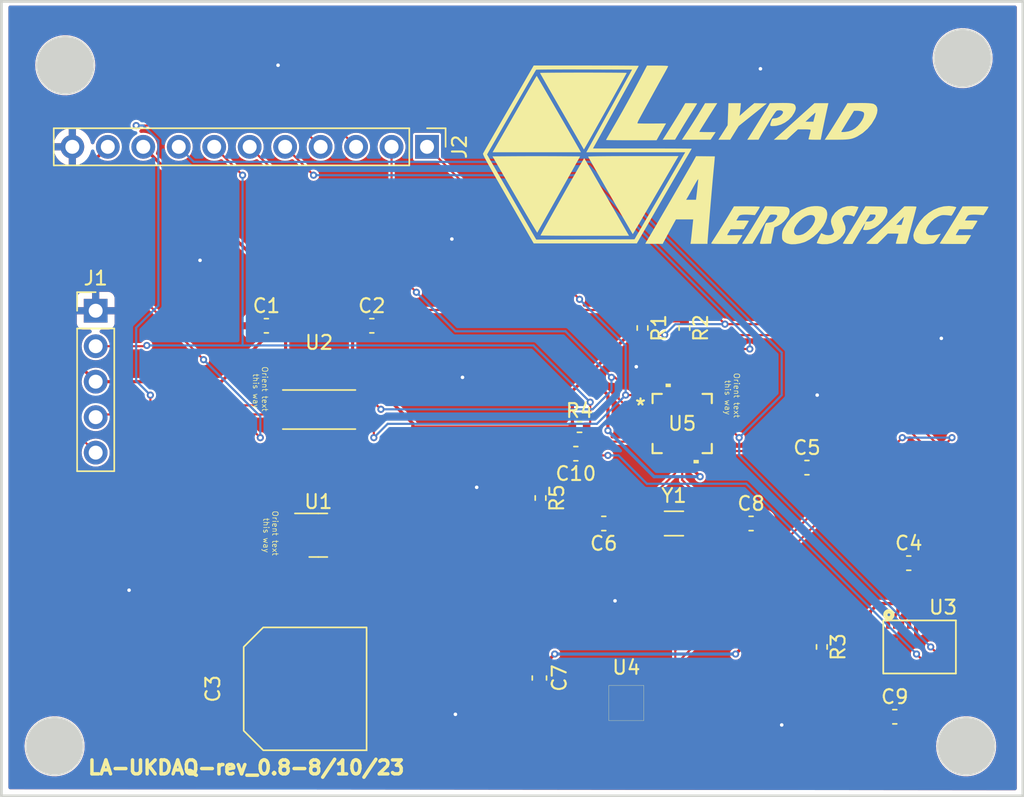
<source format=kicad_pcb>
(kicad_pcb (version 20211014) (generator pcbnew)
  (layers (0 "F.Cu" signal) (31 "B.Cu" signal) (34 "B.Paste" user) (35 "F.Paste" user) (36 "B.SilkS" user "B.Silkscreen") (37 "F.SilkS" user "F.Silkscreen") (38 "B.Mask" user) (39 "F.Mask" user) (44 "Edge.Cuts" user))
  (net 0 "")
  (net 1 "GND")
  (net 2 "VCC")
  (net 3 "VDD")
  (net 4 "Net-(C5-Pad1)")
  (net 5 "/nRESET")
  (net 6 "Net-(C6-Pad1)")
  (net 7 "Net-(C8-Pad1)")
  (net 8 "Net-(C9-Pad2)")
  (net 9 "Net-(C10-Pad2)")
  (net 10 "/RX{slash}SWCLK-VCC")
  (net 11 "/TX{slash}SWDIO-VCC")
  (net 12 "Net-(R3-Pad2)")
  (net 13 "/SCL")
  (net 14 "/SDA")
  (net 15 "/RX{slash}SWCLK-VDD")
  (net 16 "/TX{slash}SWDIO-VDD")
  (net 23 "/BNO_INTERRUPT")
  (footprint "Capacitor_SMD:C_0603_1608Metric" (layer "F.Cu") (at 143.225 132)
    (fp_text reference "C9" (at 0 -1.43) (layer "F.SilkS"))
    (fp_text value "1 uF")
    (pad "1" smd roundrect (at -0.775 0) (size 0.9 0.95) (layers "F.Cu" "F.Paste" "F.Mask") (net 1 "GND"))
    (pad "2" smd roundrect (at 0.775 0) (size 0.9 0.95) (layers "F.Cu" "F.Paste" "F.Mask") (net 8 "Net-(C9-Pad2)"))
  )
  (footprint "Connector_PinHeader_2.54mm:PinHeader_1x05_P2.54mm_Vertical" (layer "F.Cu") (at 86 102.925)
    (fp_text reference "J1" (at 0 -2.33) (layer "F.SilkS"))
    (fp_text value "5 pin Molex (0537800570)")
    (pad "1" thru_hole rect (at 0 0) (size 1.7 1.7) (drill 1) (layers *.Cu *.Mask) (net 1 "GND"))
    (pad "2" thru_hole oval (at 0 2.54) (size 1.7 1.7) (drill 1) (layers *.Cu *.Mask) (net 5 "/nRESET"))
    (pad "3" thru_hole oval (at 0 5.08) (size 1.7 1.7) (drill 1) (layers *.Cu *.Mask) (net 2 "VCC"))
    (pad "4" thru_hole oval (at 0 7.62) (size 1.7 1.7) (drill 1) (layers *.Cu *.Mask) (net 10 "/RX{slash}SWCLK-VCC"))
    (pad "5" thru_hole oval (at 0 10.16) (size 1.7 1.7) (drill 1) (layers *.Cu *.Mask) (net 11 "/TX{slash}SWDIO-VCC"))
  )
  (footprint "Package_TO_SOT_SMD:SOT-23" (layer "F.Cu") (at 101.9425 119)
    (fp_text reference "U1" (at 0 -2.4) (layer "F.SilkS"))
    (fp_text value "AP2210N_SOT-23-3")
    (pad "1" smd roundrect (at -0.9375 -0.95) (size 1.475 0.6) (layers "F.Cu" "F.Paste" "F.Mask") (net 1 "GND"))
    (pad "2" smd roundrect (at -0.9375 0.95) (size 1.475 0.6) (layers "F.Cu" "F.Paste" "F.Mask") (net 3 "VDD"))
    (pad "3" smd roundrect (at 0.9375 0) (size 1.475 0.6) (layers "F.Cu" "F.Paste" "F.Mask") (net 2 "VCC"))
  )
  (footprint "Joseph:21-0139V_T2044&plus_5_MXM" (layer "F.Cu") (at 128 111)
    (fp_text reference "U5" (at 0 0 unlocked) (layer "F.SilkS"))
    (fp_text value "MAX32660-20TQFN-EP")
    (fp_text user "*" (at -2.9845 -1.25 unlocked) (layer "F.SilkS"))
    (fp_text user "*" (at -2.9845 -1.25) (layer "F.SilkS"))
    (pad "1" smd rect (at -1.9685 -1.000001 90) (size 0.254 0.762) (layers "F.Cu" "F.Mask") (net 15 "/RX{slash}SWCLK-VDD"))
    (pad "2" smd rect (at -1.9685 -0.499999 90) (size 0.254 0.762) (layers "F.Cu" "F.Mask") (net 16 "/TX{slash}SWDIO-VDD"))
    (pad "3" smd rect (at -1.9685 0 90) (size 0.254 0.762) (layers "F.Cu" "F.Mask"))
    (pad "4" smd rect (at -1.9685 0.499999 90) (size 0.254 0.762) (layers "F.Cu" "F.Mask"))
    (pad "5" smd rect (at -1.9685 1.000001 90) (size 0.254 0.762) (layers "F.Cu" "F.Mask") (net 5 "/nRESET"))
    (pad "6" smd rect (at -1.000001 1.9685) (size 0.254 0.762) (layers "F.Cu" "F.Mask") (net 1 "GND"))
    (pad "7" smd rect (at -0.499999 1.9685) (size 0.254 0.762) (layers "F.Cu" "F.Mask") (net 6 "Net-(C6-Pad1)"))
    (pad "8" smd rect (at 0 1.9685) (size 0.254 0.762) (layers "F.Cu" "F.Mask") (net 7 "Net-(C8-Pad1)"))
    (pad "9" smd rect (at 0.499999 1.9685) (size 0.254 0.762) (layers "F.Cu" "F.Mask") (net 3 "VDD"))
    (pad "10" smd rect (at 1.000001 1.9685) (size 0.254 0.762) (layers "F.Cu" "F.Mask") (net 4 "Net-(C5-Pad1)"))
    (pad "11" smd rect (at 1.9685 1.000001 90) (size 0.254 0.762) (layers "F.Cu" "F.Mask"))
    (pad "12" smd rect (at 1.9685 0.499999 90) (size 0.254 0.762) (layers "F.Cu" "F.Mask"))
    (pad "13" smd rect (at 1.9685 0 90) (size 0.254 0.762) (layers "F.Cu" "F.Mask") (net 23 "/BNO_INTERRUPT"))
    (pad "14" smd rect (at 1.9685 -0.499999 90) (size 0.254 0.762) (layers "F.Cu" "F.Mask"))
    (pad "15" smd rect (at 1.9685 -1.000001 90) (size 0.254 0.762) (layers "F.Cu" "F.Mask"))
    (pad "16" smd rect (at 1.000001 -1.9685) (size 0.254 0.762) (layers "F.Cu" "F.Mask"))
    (pad "17" smd rect (at 0.499999 -1.9685) (size 0.254 0.762) (layers "F.Cu" "F.Mask"))
    (pad "18" smd rect (at 0 -1.9685) (size 0.254 0.762) (layers "F.Cu" "F.Mask"))
    (pad "19" smd rect (at -0.499999 -1.9685) (size 0.254 0.762) (layers "F.Cu" "F.Mask") (net 14 "/SDA"))
    (pad "20" smd rect (at -1.000001 -1.9685) (size 0.254 0.762) (layers "F.Cu" "F.Mask") (net 13 "/SCL"))
    (pad "21" smd rect (at 0 0) (size 2.6924 2.6924) (layers "F.Cu" "F.Mask") (net 1 "GND"))
  )
  (footprint "Resistor_SMD:R_0402_1005Metric" (layer "F.Cu") (at 120.648 111.252)
    (fp_text reference "R4" (at 0 -1.17) (layer "F.SilkS"))
    (fp_text value "10k")
    (pad "1" smd roundrect (at -0.51 0) (size 0.54 0.64) (layers "F.Cu" "F.Paste" "F.Mask") (net 3 "VDD"))
    (pad "2" smd roundrect (at 0.51 0) (size 0.54 0.64) (layers "F.Cu" "F.Paste" "F.Mask") (net 5 "/nRESET"))
  )
  (footprint "Joseph:BME280" (layer "F.Cu") (at 124 131)
    (fp_text reference "U4" (at 0 -2.53 unlocked) (layer "F.SilkS"))
    (fp_text value "BME280")
    (pad "1" smd rect (at 1.02 -0.97) (size 0.5 0.35) (layers "F.Cu" "F.Mask") (net 1 "GND"))
    (pad "2" smd rect (at 1.02 -0.32) (size 0.5 0.35) (layers "F.Cu" "F.Mask") (net 3 "VDD"))
    (pad "3" smd rect (at 1.02 0.33) (size 0.5 0.35) (layers "F.Cu" "F.Mask") (net 14 "/SDA"))
    (pad "4" smd rect (at 1.02 0.98) (size 0.5 0.35) (layers "F.Cu" "F.Mask") (net 13 "/SCL"))
    (pad "5" smd rect (at -1.03 0.98) (size 0.5 0.35) (layers "F.Cu" "F.Mask") (net 1 "GND"))
    (pad "6" smd rect (at -1.03 0.33) (size 0.5 0.35) (layers "F.Cu" "F.Mask") (net 3 "VDD"))
    (pad "7" smd rect (at -1.03 -0.32) (size 0.5 0.35) (layers "F.Cu" "F.Mask") (net 1 "GND"))
    (pad "8" smd rect (at -1.03 -0.97) (size 0.5 0.35) (layers "F.Cu" "F.Mask") (net 3 "VDD"))
  )
  (footprint "Capacitor_SMD:C_0603_1608Metric" (layer "F.Cu") (at 136.935 114.16)
    (fp_text reference "C5" (at 0 -1.43) (layer "F.SilkS"))
    (fp_text value "1 uF")
    (pad "1" smd roundrect (at -0.775 0) (size 0.9 0.95) (layers "F.Cu" "F.Paste" "F.Mask") (net 4 "Net-(C5-Pad1)"))
    (pad "2" smd roundrect (at 0.775 0) (size 0.9 0.95) (layers "F.Cu" "F.Paste" "F.Mask") (net 1 "GND"))
  )
  (footprint "Joseph:Can Capacitor - 493-3773-1-ND" (layer "F.Cu") (at 101 130 90)
    (fp_text reference "C3" (at 0 -6.604 90 unlocked) (layer "F.SilkS"))
    (fp_text value "~1 mF")
    (pad "1" smd roundrect (at 0 -3 90) (size 1.399998 3.6) (layers "F.Cu" "F.Paste" "F.Mask") (roundrect_rratio 0.2500003571) (net 3 "VDD"))
    (pad "2" smd roundrect (at 0 3 90) (size 1.4 3.6) (layers "F.Cu" "F.Paste" "F.Mask") (net 1 "GND"))
  )
  (footprint "Joseph:LGA28R50P4X10_380X520X100" (layer "F.Cu") (at 145 127)
    (fp_text reference "U3" (at 1.67669 -2.83785) (layer "F.SilkS") (effects (font (size 1.001008 1.001008))))
    (fp_text value "BNO055")
    (pad "1" smd rect (at -2.25 -1.5625 180) (size 0.3 0.525) (layers "F.Cu" "F.Mask"))
    (pad "2" smd rect (at -2.3125 -0.75 270) (size 0.3 0.425) (layers "F.Cu" "F.Mask") (net 1 "GND"))
    (pad "3" smd rect (at -2.3125 -0.25 270) (size 0.3 0.425) (layers "F.Cu" "F.Mask") (net 3 "VDD"))
    (pad "4" smd rect (at -2.3125 0.25 270) (size 0.3 0.425) (layers "F.Cu" "F.Mask") (net 12 "Net-(R3-Pad2)"))
    (pad "5" smd rect (at -2.3125 0.75 270) (size 0.3 0.425) (layers "F.Cu" "F.Mask") (net 1 "GND"))
    (pad "6" smd rect (at -2.25 1.5625 180) (size 0.3 0.525) (layers "F.Cu" "F.Mask") (net 1 "GND"))
    (pad "7" smd rect (at -1.75 1.5625 180) (size 0.3 0.525) (layers "F.Cu" "F.Mask"))
    (pad "8" smd rect (at -1.25 1.5625 180) (size 0.3 0.525) (layers "F.Cu" "F.Mask"))
    (pad "9" smd rect (at -0.75 1.5625 180) (size 0.3 0.525) (layers "F.Cu" "F.Mask") (net 8 "Net-(C9-Pad2)"))
    (pad "10" smd rect (at -0.25 1.5625 180) (size 0.3 0.525) (layers "F.Cu" "F.Mask"))
    (pad "11" smd rect (at 0.25 1.5625 180) (size 0.3 0.525) (layers "F.Cu" "F.Mask") (net 5 "/nRESET"))
    (pad "12" smd rect (at 0.75 1.5625 180) (size 0.3 0.525) (layers "F.Cu" "F.Mask"))
    (pad "13" smd rect (at 1.25 1.5625 180) (size 0.3 0.525) (layers "F.Cu" "F.Mask"))
    (pad "14" smd rect (at 1.75 1.5625 180) (size 0.3 0.525) (layers "F.Cu" "F.Mask") (net 23 "/BNO_INTERRUPT"))
    (pad "15" smd rect (at 2.25 1.5625 180) (size 0.3 0.525) (layers "F.Cu" "F.Mask"))
    (pad "16" smd rect (at 2.3125 0.75 270) (size 0.3 0.425) (layers "F.Cu" "F.Mask"))
    (pad "17" smd rect (at 2.3125 0.25 270) (size 0.3 0.425) (layers "F.Cu" "F.Mask") (net 1 "GND"))
    (pad "18" smd rect (at 2.3125 -0.25 270) (size 0.3 0.425) (layers "F.Cu" "F.Mask") (net 1 "GND"))
    (pad "19" smd rect (at 2.3125 -0.75 270) (size 0.3 0.425) (layers "F.Cu" "F.Mask") (net 13 "/SCL"))
    (pad "20" smd rect (at 2.25 -1.5625 180) (size 0.3 0.525) (layers "F.Cu" "F.Mask") (net 14 "/SDA"))
    (pad "21" smd rect (at 1.75 -1.5625 180) (size 0.3 0.525) (layers "F.Cu" "F.Mask"))
    (pad "22" smd rect (at 1.25 -1.5625 180) (size 0.3 0.525) (layers "F.Cu" "F.Mask"))
    (pad "23" smd rect (at 0.75 -1.5625 180) (size 0.3 0.525) (layers "F.Cu" "F.Mask"))
    (pad "24" smd rect (at 0.25 -1.5625 180) (size 0.3 0.525) (layers "F.Cu" "F.Mask"))
    (pad "25" smd rect (at -0.25 -1.5625 180) (size 0.3 0.525) (layers "F.Cu" "F.Mask") (net 1 "GND"))
    (pad "26" smd rect (at -0.75 -1.5625 180) (size 0.3 0.525) (layers "F.Cu" "F.Mask"))
    (pad "27" smd rect (at -1.25 -1.5625 180) (size 0.3 0.525) (layers "F.Cu" "F.Mask"))
    (pad "28" smd rect (at -1.75 -1.5625 180) (size 0.3 0.525) (layers "F.Cu" "F.Mask") (net 3 "VDD"))
  )
  (footprint "Resistor_SMD:R_0402_1005Metric" (layer "F.Cu") (at 128.16 104.16 -90)
    (fp_text reference "R2" (at 0 -1.17 90) (layer "F.SilkS"))
    (fp_text value "4.7k")
    (pad "1" smd roundrect (at -0.51 0 270) (size 0.54 0.64) (layers "F.Cu" "F.Paste" "F.Mask") (net 3 "VDD"))
    (pad "2" smd roundrect (at 0.51 0 270) (size 0.54 0.64) (layers "F.Cu" "F.Paste" "F.Mask") (net 14 "/SDA"))
  )
  (footprint "Capacitor_SMD:C_0603_1608Metric" (layer "F.Cu") (at 132.935 118.16)
    (fp_text reference "C8" (at 0 -1.43) (layer "F.SilkS"))
    (fp_text value "6 pF")
    (pad "1" smd roundrect (at -0.775 0) (size 0.9 0.95) (layers "F.Cu" "F.Paste" "F.Mask") (net 7 "Net-(C8-Pad1)"))
    (pad "2" smd roundrect (at 0.775 0) (size 0.9 0.95) (layers "F.Cu" "F.Paste" "F.Mask") (net 1 "GND"))
  )
  (footprint "Crystal:Crystal_SMD_3215-2Pin_3.2x1.5mm" (layer "F.Cu") (at 127.41 118.16)
    (fp_text reference "Y1" (at 0 -2) (layer "F.SilkS"))
    (fp_text value "Crystal")
    (pad "1" smd rect (at 1.25 0) (size 1 1.8) (layers "F.Cu" "F.Paste" "F.Mask") (net 7 "Net-(C8-Pad1)"))
    (pad "2" smd rect (at -1.25 0) (size 1 1.8) (layers "F.Cu" "F.Paste" "F.Mask") (net 6 "Net-(C6-Pad1)"))
  )
  (footprint "Capacitor_SMD:C_0603_1608Metric" (layer "F.Cu") (at 117.775 129.225 -90)
    (fp_text reference "C7" (at 0 -1.43 90) (layer "F.SilkS"))
    (fp_text value "100 nF")
    (pad "1" smd roundrect (at -0.775 0 270) (size 0.9 0.95) (layers "F.Cu" "F.Paste" "F.Mask") (net 3 "VDD"))
    (pad "2" smd roundrect (at 0.775 0 270) (size 0.9 0.95) (layers "F.Cu" "F.Paste" "F.Mask") (net 1 "GND"))
  )
  (footprint "Capacitor_SMD:C_0603_1608Metric" (layer "F.Cu") (at 105.775 104)
    (fp_text reference "C2" (at 0 -1.43) (layer "F.SilkS"))
    (fp_text value "1 uF")
    (pad "1" smd roundrect (at -0.775 0) (size 0.9 0.95) (layers "F.Cu" "F.Paste" "F.Mask") (net 3 "VDD"))
    (pad "2" smd roundrect (at 0.775 0) (size 0.9 0.95) (layers "F.Cu" "F.Paste" "F.Mask") (net 1 "GND"))
  )
  (footprint "Capacitor_SMD:C_0603_1608Metric" (layer "F.Cu") (at 144.225 121)
    (fp_text reference "C4" (at 0 -1.43) (layer "F.SilkS"))
    (fp_text value "120 nF")
    (pad "1" smd roundrect (at -0.775 0) (size 0.9 0.95) (layers "F.Cu" "F.Paste" "F.Mask") (net 3 "VDD"))
    (pad "2" smd roundrect (at 0.775 0) (size 0.9 0.95) (layers "F.Cu" "F.Paste" "F.Mask") (net 1 "GND"))
  )
  (footprint "Resistor_SMD:R_0402_1005Metric" (layer "F.Cu") (at 138 127 -90)
    (fp_text reference "R3" (at 0 -1.17 90) (layer "F.SilkS"))
    (fp_text value "10k")
    (pad "1" smd roundrect (at -0.51 0 270) (size 0.54 0.64) (layers "F.Cu" "F.Paste" "F.Mask") (net 3 "VDD"))
    (pad "2" smd roundrect (at 0.51 0 270) (size 0.54 0.64) (layers "F.Cu" "F.Paste" "F.Mask") (net 12 "Net-(R3-Pad2)"))
  )
  (footprint "Capacitor_SMD:C_0603_1608Metric" (layer "F.Cu") (at 122.385 118.16 180)
    (fp_text reference "C6" (at 0 -1.43) (layer "F.SilkS"))
    (fp_text value "6 pF")
    (pad "1" smd roundrect (at -0.775 0 180) (size 0.9 0.95) (layers "F.Cu" "F.Paste" "F.Mask") (net 6 "Net-(C6-Pad1)"))
    (pad "2" smd roundrect (at 0.775 0 180) (size 0.9 0.95) (layers "F.Cu" "F.Paste" "F.Mask") (net 1 "GND"))
  )
  (footprint "Capacitor_SMD:C_0603_1608Metric" (layer "F.Cu") (at 98.225 104)
    (fp_text reference "C1" (at 0 -1.43) (layer "F.SilkS"))
    (fp_text value "1 uF")
    (pad "1" smd roundrect (at -0.775 0) (size 0.9 0.95) (layers "F.Cu" "F.Paste" "F.Mask") (net 1 "GND"))
    (pad "2" smd roundrect (at 0.775 0) (size 0.9 0.95) (layers "F.Cu" "F.Paste" "F.Mask") (net 2 "VCC"))
  )
  (footprint "Capacitor_SMD:C_0603_1608Metric" (layer "F.Cu") (at 120.385 113.16 180)
    (fp_text reference "C10" (at 0 -1.43) (layer "F.SilkS"))
    (fp_text value "100 nF")
    (pad "1" smd roundrect (at -0.775 0 180) (size 0.9 0.95) (layers "F.Cu" "F.Paste" "F.Mask") (net 5 "/nRESET"))
    (pad "2" smd roundrect (at 0.775 0 180) (size 0.9 0.95) (layers "F.Cu" "F.Paste" "F.Mask") (net 9 "Net-(C10-Pad2)"))
  )
  (footprint "Connector_PinHeader_2.54mm:PinHeader_1x11_P2.54mm_Vertical" (layer "F.Cu") (at 109.728 91.186 -90)
    (fp_text reference "J2" (at 0 -2.33 90) (layer "F.SilkS"))
    (fp_text value "Conn_01x11_Male")
    (pad "1" thru_hole rect (at 0 0 270) (size 1.7 1.7) (drill 1) (layers *.Cu *.Mask) (net 15 "/RX{slash}SWCLK-VDD"))
    (pad "2" thru_hole oval (at 0 2.54 270) (size 1.7 1.7) (drill 1) (layers *.Cu *.Mask) (net 16 "/TX{slash}SWDIO-VDD"))
    (pad "3" thru_hole oval (at 0 5.08 270) (size 1.7 1.7) (drill 1) (layers *.Cu *.Mask) (net 10 "/RX{slash}SWCLK-VCC"))
    (pad "4" thru_hole oval (at 0 7.62 270) (size 1.7 1.7) (drill 1) (layers *.Cu *.Mask) (net 11 "/TX{slash}SWDIO-VCC"))
    (pad "5" thru_hole oval (at 0 10.16 270) (size 1.7 1.7) (drill 1) (layers *.Cu *.Mask) (net 14 "/SDA"))
    (pad "6" thru_hole oval (at 0 12.7 270) (size 1.7 1.7) (drill 1) (layers *.Cu *.Mask) (net 13 "/SCL"))
    (pad "7" thru_hole oval (at 0 15.24 270) (size 1.7 1.7) (drill 1) (layers *.Cu *.Mask) (net 5 "/nRESET"))
    (pad "8" thru_hole oval (at 0 17.78 270) (size 1.7 1.7) (drill 1) (layers *.Cu *.Mask) (net 23 "/BNO_INTERRUPT"))
    (pad "9" thru_hole oval (at 0 20.32 270) (size 1.7 1.7) (drill 1) (layers *.Cu *.Mask) (net 3 "VDD"))
    (pad "10" thru_hole oval (at 0 22.86 270) (size 1.7 1.7) (drill 1) (layers *.Cu *.Mask) (net 2 "VCC"))
    (pad "11" thru_hole oval (at 0 25.4 270) (size 1.7 1.7) (drill 1) (layers *.Cu *.Mask) (net 1 "GND"))
  )
  (footprint "Joseph:MSOP-8" (layer "F.Cu") (at 102 110)
    (fp_text reference "U2" (at 0 -4.8 unlocked) (layer "F.SilkS"))
    (fp_text value "PI4ULS5V202")
    (pad "1" smd rect (at -2.4 -0.95) (size 1.02 0.41) (layers "F.Cu" "F.Mask") (net 2 "VCC"))
    (pad "2" smd rect (at -2.4 -0.3) (size 1.02 0.41) (layers "F.Cu" "F.Mask") (net 11 "/TX{slash}SWDIO-VCC"))
    (pad "3" smd rect (at -2.4 0.35) (size 1.02 0.41) (layers "F.Cu" "F.Mask") (net 10 "/RX{slash}SWCLK-VCC"))
    (pad "4" smd rect (at -2.4 1) (size 1.02 0.41) (layers "F.Cu" "F.Mask") (net 1 "GND"))
    (pad "5" smd rect (at 2.4 1) (size 1.02 0.41) (layers "F.Cu" "F.Mask") (net 2 "VCC"))
    (pad "6" smd rect (at 2.4 0.35) (size 1.02 0.41) (layers "F.Cu" "F.Mask") (net 15 "/RX{slash}SWCLK-VDD"))
    (pad "7" smd rect (at 2.4 -0.3) (size 1.02 0.41) (layers "F.Cu" "F.Mask") (net 16 "/TX{slash}SWDIO-VDD"))
    (pad "8" smd rect (at 2.4 -0.95) (size 1.02 0.41) (layers "F.Cu" "F.Mask") (net 3 "VDD"))
  )
  (footprint "Joseph:LilypadAerospace_3mm" (layer "F.Cu") (at 132.588 92.202)
    (fp_text reference "G***" hide)
    (fp_text value "LOGO" hide)
  )
  (footprint "Resistor_SMD:R_0402_1005Metric" (layer "F.Cu") (at 117.856 116.334 -90)
    (fp_text reference "R5" (at 0 -1.17 90) (layer "F.SilkS"))
    (fp_text value "10")
    (pad "1" smd roundrect (at -0.51 0 270) (size 0.54 0.64) (layers "F.Cu" "F.Paste" "F.Mask") (net 9 "Net-(C10-Pad2)"))
    (pad "2" smd roundrect (at 0.51 0 270) (size 0.54 0.64) (layers "F.Cu" "F.Paste" "F.Mask") (net 1 "GND"))
  )
  (footprint "Resistor_SMD:R_0402_1005Metric" (layer "F.Cu") (at 125.16 104.16 -90)
    (fp_text reference "R1" (at 0 -1.17 90) (layer "F.SilkS"))
    (fp_text value "4.7k")
    (pad "1" smd roundrect (at -0.51 0 270) (size 0.54 0.64) (layers "F.Cu" "F.Paste" "F.Mask") (net 3 "VDD"))
    (pad "2" smd roundrect (at 0.51 0 270) (size 0.54 0.64) (layers "F.Cu" "F.Paste" "F.Mask") (net 13 "/SCL"))
  )
  (gr_circle (center 83.82 85.344) (end 85.82 85.344) (layer "Edge.Cuts") (width 0.2) (fill solid))
  (gr_rect (start 79.248 80.772) (end 152.4 137.668) (layer "Edge.Cuts") (width 0.2) (fill none))
  (gr_circle (center 148.082 84.836) (end 150.082 84.836) (layer "Edge.Cuts") (width 0.2) (fill solid))
  (gr_circle (center 83.058 134.112) (end 85.058 134.112) (layer "Edge.Cuts") (width 0.2) (fill solid))
  (gr_circle (center 148.336 134.112) (end 150.336 134.112) (layer "Edge.Cuts") (width 0.2) (fill solid))
  (gr_text "LA-UKDAQ-rev_0.8-8/10/23" (at 96.78 135.64) (layer "F.SilkS") (effects (font (size 1 1) (thickness 0.25))))
  (gr_text "Orient text \nthis way" (at 98.53 119.01 270) (layer "F.SilkS") (effects (font (size 0.4 0.4) (thickness 0.05))))
  (gr_text "Orient text \nthis way" (at 97.79 108.68 270) (layer "F.SilkS") (effects (font (size 0.4 0.4) (thickness 0.05))))
  (gr_text "Orient text \nthis way" (at 131.58 109.14 270) (layer "F.SilkS") (effects (font (size 0.4 0.4) (thickness 0.05))))
  (segment (start 128 111) (end 124.714 107.714) (width 0.1524) (layer "F.Cu") (net 1))
  (segment (start 126.999999 112.000001) (end 128 111) (width 0.2286) (layer "F.Cu") (net 1))
  (segment (start 124.714 107.714) (end 124.714 106.934) (width 0.1524) (layer "F.Cu") (net 1))
  (segment (start 126.999999 112.9685) (end 126.999999 112.000001) (width 0.2286) (layer "F.Cu") (net 1))
  (via (at 113.284 115.57) (size 0.508) (drill 0.254) (layers "F.Cu" "B.Cu") (net 1))
  (via (at 124.714 106.934) (size 0.508) (drill 0.254) (layers "F.Cu" "B.Cu") (net 1))
  (via (at 88.392 122.936) (size 0.508) (drill 0.254) (layers "F.Cu" "B.Cu") (net 1))
  (via (at 133.604 85.598) (size 0.508) (drill 0.254) (layers "F.Cu" "B.Cu") (net 1))
  (via (at 137.668 108.966) (size 0.508) (drill 0.254) (layers "F.Cu" "B.Cu") (net 1))
  (via (at 111.76 131.826) (size 0.508) (drill 0.254) (layers "F.Cu" "B.Cu") (net 1))
  (via (at 123.19 123.698) (size 0.508) (drill 0.254) (layers "F.Cu" "B.Cu") (net 1))
  (via (at 111.506 97.79) (size 0.508) (drill 0.254) (layers "F.Cu" "B.Cu") (net 1))
  (via (at 146.558 104.902) (size 0.508) (drill 0.254) (layers "F.Cu" "B.Cu") (net 1))
  (via (at 112.268 107.696) (size 0.508) (drill 0.254) (layers "F.Cu" "B.Cu") (net 1))
  (via (at 99.06 85.344) (size 0.508) (drill 0.254) (layers "F.Cu" "B.Cu") (net 1))
  (via (at 93.472 99.314) (size 0.508) (drill 0.254) (layers "F.Cu" "B.Cu") (net 1))
  (via (at 135.128 132.588) (size 0.508) (drill 0.254) (layers "F.Cu" "B.Cu") (net 1))
  (segment (start 99.6 109.05) (end 99.6 104.6) (width 0.2286) (layer "F.Cu") (net 2))
  (segment (start 86 108.005) (end 94.995 108.005) (width 0.2286) (layer "F.Cu") (net 2))
  (segment (start 99.6 104.6) (end 99 104) (width 0.2286) (layer "F.Cu") (net 2))
  (segment (start 104.4 111) (end 103.126 111) (width 0.2286) (layer "F.Cu") (net 2))
  (segment (start 86.868 91.186) (end 82.55 95.504) (width 0.2286) (layer "F.Cu") (net 2))
  (segment (start 102.88 119) (end 104.4 117.48) (width 0.2286) (layer "F.Cu") (net 2))
  (segment (start 103.126 111) (end 101.176 109.05) (width 0.2286) (layer "F.Cu") (net 2))
  (segment (start 82.55 95.504) (end 82.55 104.555) (width 0.2286) (layer "F.Cu") (net 2))
  (segment (start 104.4 117.48) (end 104.4 111) (width 0.2286) (layer "F.Cu") (net 2))
  (segment (start 94.995 108.005) (end 99 104) (width 0.2286) (layer "F.Cu") (net 2))
  (segment (start 101.176 109.05) (end 99.6 109.05) (width 0.2286) (layer "F.Cu") (net 2))
  (segment (start 82.55 104.555) (end 86 108.005) (width 0.2286) (layer "F.Cu") (net 2))
  (segment (start 141.736 126.75) (end 142.6875 126.75) (width 0.2286) (layer "F.Cu") (net 3))
  (segment (start 108.712 110.998) (end 106.764 109.05) (width 0.2286) (layer "F.Cu") (net 3))
  (segment (start 117.775 128.45) (end 117.775 126.157) (width 0.2286) (layer "F.Cu") (net 3))
  (segment (start 104.4 104.6) (end 105 104) (width 0.2286) (layer "F.Cu") (net 3))
  (segment (start 108.712 111.252) (end 108.712 110.998) (width 0.2286) (layer "F.Cu") (net 3))
  (segment (start 122.682 108.966) (end 121.263 107.547) (width 0.2286) (layer "F.Cu") (net 3))
  (segment (start 120.138 108.672) (end 121.263 107.547) (width 0.2286) (layer "F.Cu") (net 3))
  (segment (start 138 126.49) (end 141.476 126.49) (width 0.2286) (layer "F.Cu") (net 3))
  (segment (start 89.408 91.186) (end 102.222 104) (width 0.2286) (layer "F.Cu") (net 3))
  (segment (start 120.138 111.252) (end 108.712 111.252) (width 0.2286) (layer "F.Cu") (net 3))
  (segment (start 143.25 124.72) (end 143.25 125.4375) (width 0.2286) (layer "F.Cu") (net 3))
  (segment (start 122.682 111.506) (end 122.682 108.966) (width 0.2286) (layer "F.Cu") (net 3))
  (segment (start 121.263 107.547) (end 125.16 103.65) (width 0.2286) (layer "F.Cu") (net 3))
  (segment (start 141.476 126.49) (end 141.736 126.75) (width 0.2286) (layer "F.Cu") (net 3))
  (segment (start 128.499999 114.021999) (end 129.286 114.808) (width 0.2286) (layer "F.Cu") (net 3))
  (segment (start 123.432 130.03) (end 124.082 130.68) (width 0.2286) (layer "F.Cu") (net 3))
  (segment (start 131.826 127.508) (end 132.844 126.49) (width 0.2286) (layer "F.Cu") (net 3))
  (segment (start 108.712 117.094) (end 108.712 111.252) (width 0.2286) (layer "F.Cu") (net 3))
  (segment (start 122.97 130.03) (end 123.432 130.03) (width 0.2286) (layer "F.Cu") (net 3))
  (segment (start 106.764 109.05) (end 104.4 109.05) (width 0.2286) (layer "F.Cu") (net 3))
  (segment (start 142.046 123.892) (end 143.45 123.892) (width 0.2286) (layer "F.Cu") (net 3))
  (segment (start 117.775 126.157) (end 108.712 117.094) (width 0.2286) (layer "F.Cu") (net 3))
  (segment (start 132.844 126.49) (end 138 126.49) (width 0.2286) (layer "F.Cu") (net 3))
  (segment (start 128.499999 112.9685) (end 128.499999 114.021999) (width 0.2286) (layer "F.Cu") (net 3))
  (segment (start 123.432 131.33) (end 124.082 130.68) (width 0.2286) (layer "F.Cu") (net 3))
  (segment (start 141.476 126.49) (end 141.476 124.462) (width 0.2286) (layer "F.Cu") (net 3))
  (segment (start 125.16 103.65) (end 128.16 103.65) (width 0.2286) (layer "F.Cu") (net 3))
  (segment (start 124.082 130.68) (end 125.02 130.68) (width 0.2286) (layer "F.Cu") (net 3))
  (segment (start 98 122.955) (end 101.005 119.95) (width 0.2286) (layer "F.Cu") (net 3))
  (segment (start 117.93 128.45) (end 118.872 127.508) (width 0.2286) (layer "F.Cu") (net 3))
  (segment (start 143.45 123.892) (end 143.45 124.52) (width 0.2286) (layer "F.Cu") (net 3))
  (segment (start 141.476 124.462) (end 142.046 123.892) (width 0.2286) (layer "F.Cu") (net 3))
  (segment (start 120.138 111.252) (end 120.138 108.672) (width 0.2286) (layer "F.Cu") (net 3))
  (segment (start 117.775 128.45) (end 117.93 128.45) (width 0.2286) (layer "F.Cu") (net 3))
  (segment (start 143.45 124.52) (end 143.25 124.72) (width 0.2286) (layer "F.Cu") (net 3))
  (segment (start 119.355 130.03) (end 122.97 130.03) (width 0.2286) (layer "F.Cu") (net 3))
  (segment (start 98 130) (end 98 122.955) (width 0.2286) (layer "F.Cu") (net 3))
  (segment (start 122.97 131.33) (end 123.432 131.33) (width 0.2286) (layer "F.Cu") (net 3))
  (segment (start 143.45 121) (end 143.45 123.892) (width 0.2286) (layer "F.Cu") (net 3))
  (segment (start 104.4 109.05) (end 104.4 104.6) (width 0.2286) (layer "F.Cu") (net 3))
  (segment (start 101.005 119.95) (end 105.856 119.95) (width 0.2286) (layer "F.Cu") (net 3))
  (segment (start 117.775 128.45) (end 119.355 130.03) (width 0.2286) (layer "F.Cu") (net 3))
  (segment (start 105.856 119.95) (end 108.712 117.094) (width 0.2286) (layer "F.Cu") (net 3))
  (segment (start 102.222 104) (end 105 104) (width 0.2286) (layer "F.Cu") (net 3))
  (via (at 118.872 127.508) (size 0.508) (drill 0.254) (layers "F.Cu" "B.Cu") (net 3))
  (via (at 122.682 111.506) (size 0.508) (drill 0.254) (layers "F.Cu" "B.Cu") (net 3))
  (via (at 129.286 114.808) (size 0.508) (drill 0.254) (layers "F.Cu" "B.Cu") (net 3))
  (via (at 131.826 127.508) (size 0.508) (drill 0.254) (layers "F.Cu" "B.Cu") (net 3))
  (segment (start 125.984 114.808) (end 122.682 111.506) (width 0.2286) (layer "B.Cu") (net 3))
  (segment (start 129.286 114.808) (end 125.984 114.808) (width 0.2286) (layer "B.Cu") (net 3))
  (segment (start 118.872 127.508) (end 131.826 127.508) (width 0.2286) (layer "B.Cu") (net 3))
  (segment (start 136.16 114.16) (end 134.97 112.97) (width 0.1524) (layer "F.Cu") (net 4))
  (segment (start 134.97 112.97) (end 129.001501 112.97) (width 0.1524) (layer "F.Cu") (net 4))
  (segment (start 129.001501 112.97) (end 129.000001 112.9685) (width 0.1524) (layer "F.Cu") (net 4))
  (segment (start 89.607 105.465) (end 89.662 105.41) (width 0.1524) (layer "F.Cu") (net 5))
  (segment (start 121.412 109.474) (end 121.412 110.998) (width 0.1524) (layer "F.Cu") (net 5))
  (segment (start 121.158 113.158) (end 121.16 113.16) (width 0.1524) (layer "F.Cu") (net 5))
  (segment (start 122.682 113.284) (end 121.284 113.284) (width 0.1524) (layer "F.Cu") (net 5))
  (segment (start 121.158 111.252) (end 121.158 113.158) (width 0.1524) (layer "F.Cu") (net 5))
  (segment (start 125.731501 112.3) (end 122.02 112.3) (width 0.1524) (layer "F.Cu") (net 5))
  (segment (start 126.0315 112.000001) (end 125.731501 112.3) (width 0.1524) (layer "F.Cu") (net 5))
  (segment (start 86 105.465) (end 89.607 105.465) (width 0.1524) (layer "F.Cu") (net 5))
  (segment (start 122.02 112.3) (end 121.16 113.16) (width 0.1524) (layer "F.Cu") (net 5))
  (segment (start 145.25 128.5625) (end 145.25 127.978) (width 0.1524) (layer "F.Cu") (net 5))
  (segment (start 121.412 110.998) (end 121.158 111.252) (width 0.1524) (layer "F.Cu") (net 5))
  (segment (start 121.284 113.284) (end 121.16 113.16) (width 0.1524) (layer "F.Cu") (net 5))
  (segment (start 94.488 91.186) (end 96.52 93.218) (width 0.1524) (layer "F.Cu") (net 5))
  (segment (start 145.25 127.978) (end 144.78 127.508) (width 0.1524) (layer "F.Cu") (net 5))
  (via (at 121.412 109.474) (size 0.508) (drill 0.254) (layers "F.Cu" "B.Cu") (net 5))
  (via (at 144.78 127.508) (size 0.508) (drill 0.254) (layers "F.Cu" "B.Cu") (net 5))
  (via (at 89.662 105.41) (size 0.508) (drill 0.254) (layers "F.Cu" "B.Cu") (net 5))
  (via (at 122.682 113.284) (size 0.508) (drill 0.254) (layers "F.Cu" "B.Cu") (net 5))
  (via (at 96.52 93.218) (size 0.508) (drill 0.254) (layers "F.Cu" "B.Cu") (net 5))
  (segment (start 144.78 127.508) (end 132.588 115.316) (width 0.1524) (layer "B.Cu") (net 5))
  (segment (start 132.588 115.316) (end 125.476 115.316) (width 0.1524) (layer "B.Cu") (net 5))
  (segment (start 89.662 105.41) (end 96.52 105.41) (width 0.1524) (layer "B.Cu") (net 5))
  (segment (start 96.52 105.41) (end 117.348 105.41) (width 0.1524) (layer "B.Cu") (net 5))
  (segment (start 96.52 93.218) (end 96.52 105.41) (width 0.1524) (layer "B.Cu") (net 5))
  (segment (start 123.444 113.284) (end 122.682 113.284) (width 0.1524) (layer "B.Cu") (net 5))
  (segment (start 117.348 105.41) (end 121.412 109.474) (width 0.1524) (layer "B.Cu") (net 5))
  (segment (start 125.476 115.316) (end 123.444 113.284) (width 0.1524) (layer "B.Cu") (net 5))
  (segment (start 126.16 115.902) (end 127.49 114.572) (width 0.1524) (layer "F.Cu") (net 6))
  (segment (start 127.49 114.572) (end 127.49 112.978501) (width 0.1524) (layer "F.Cu") (net 6))
  (segment (start 123.16 118.16) (end 126.16 118.16) (width 0.1524) (layer "F.Cu") (net 6))
  (segment (start 127.49 112.978501) (end 127.500001 112.9685) (width 0.1524) (layer "F.Cu") (net 6))
  (segment (start 126.16 118.16) (end 126.16 115.902) (width 0.1524) (layer "F.Cu") (net 6))
  (segment (start 128.66 118.16) (end 132.16 118.16) (width 0.1524) (layer "F.Cu") (net 7))
  (segment (start 128 115.046) (end 128 112.9685) (width 0.1524) (layer "F.Cu") (net 7))
  (segment (start 128.66 115.706) (end 128 115.046) (width 0.1524) (layer "F.Cu") (net 7))
  (segment (start 128.66 118.16) (end 128.66 115.706) (width 0.1524) (layer "F.Cu") (net 7))
  (segment (start 144 132) (end 144.25 131.75) (width 0.1524) (layer "F.Cu") (net 8))
  (segment (start 144.25 131.75) (end 144.25 128.5625) (width 0.1524) (layer "F.Cu") (net 8))
  (segment (start 119.61 113.16) (end 117.856 114.914) (width 0.1524) (layer "F.Cu") (net 9))
  (segment (start 117.856 114.914) (end 117.856 115.824) (width 0.1524) (layer "F.Cu") (net 9))
  (segment (start 97.142 110.35) (end 86.195 110.35) (width 0.1524) (layer "F.Cu") (net 10))
  (segment (start 88.138 100.838) (end 93.726 106.426) (width 0.1524) (layer "F.Cu") (net 10))
  (segment (start 86.195 110.35) (end 86 110.545) (width 0.1524) (layer "F.Cu") (net 10))
  (segment (start 102.616 89.154) (end 88.392 89.154) (width 0.1524) (layer "F.Cu") (net 10))
  (segment (start 99.6 110.35) (end 97.142 110.35) (width 0.1524) (layer "F.Cu") (net 10))
  (segment (start 88.392 89.154) (end 88.138 89.408) (width 0.1524) (layer "F.Cu") (net 10))
  (segment (start 88.138 92.964) (end 88.138 100.838) (width 0.1524) (layer "F.Cu") (net 10))
  (segment (start 97.79 112.014) (end 97.142 111.366) (width 0.1524) (layer "F.Cu") (net 10))
  (segment (start 104.648 91.186) (end 102.616 89.154) (width 0.1524) (layer "F.Cu") (net 10))
  (segment (start 97.142 111.366) (end 97.142 110.35) (width 0.1524) (layer "F.Cu") (net 10))
  (segment (start 88.138 89.408) (end 88.138 92.964) (width 0.1524) (layer "F.Cu") (net 10))
  (via (at 97.79 112.014) (size 0.508) (drill 0.254) (layers "F.Cu" "B.Cu") (net 10))
  (via (at 93.726 106.426) (size 0.508) (drill 0.254) (layers "F.Cu" "B.Cu") (net 10))
  (segment (start 93.726 106.426) (end 97.79 110.49) (width 0.1524) (layer "B.Cu") (net 10))
  (segment (start 97.79 110.49) (end 97.79 112.014) (width 0.1524) (layer "B.Cu") (net 10))
  (segment (start 84.582 109.982) (end 84.582 111.667) (width 0.1524) (layer "F.Cu") (net 11))
  (segment (start 102.108 91.186) (end 100.584 89.662) (width 0.1524) (layer "F.Cu") (net 11))
  (segment (start 99.6 109.7) (end 89.888 109.7) (width 0.1524) (layer "F.Cu") (net 11))
  (segment (start 89.916 109.672) (end 89.888 109.7) (width 0.1524) (layer "F.Cu") (net 11))
  (segment (start 89.38 109.7) (end 88.9 109.22) (width 0.1524) (layer "F.Cu") (net 11))
  (segment (start 85.344 109.22) (end 84.582 109.982) (width 0.1524) (layer "F.Cu") (net 11))
  (segment (start 89.916 108.966) (end 89.916 109.672) (width 0.1524) (layer "F.Cu") (net 11))
  (segment (start 89.888 109.7) (end 89.38 109.7) (width 0.1524) (layer "F.Cu") (net 11))
  (segment (start 88.9 109.22) (end 85.344 109.22) (width 0.1524) (layer "F.Cu") (net 11))
  (segment (start 100.584 89.662) (end 88.9 89.662) (width 0.1524) (layer "F.Cu") (net 11))
  (segment (start 84.582 111.667) (end 86 113.085) (width 0.1524) (layer "F.Cu") (net 11))
  (via (at 89.916 108.966) (size 0.508) (drill 0.254) (layers "F.Cu" "B.Cu") (net 11))
  (via (at 88.9 89.662) (size 0.508) (drill 0.254) (layers "F.Cu" "B.Cu") (net 11))
  (segment (start 88.9 89.662) (end 89.409371 89.662) (width 0.1524) (layer "B.Cu") (net 11))
  (segment (start 90.4866 90.739229) (end 90.4866 102.5534) (width 0.1524) (layer "B.Cu") (net 11))
  (segment (start 88.9 107.95) (end 89.916 108.966) (width 0.1524) (layer "B.Cu") (net 11))
  (segment (start 88.9 104.14) (end 88.9 107.95) (width 0.1524) (layer "B.Cu") (net 11))
  (segment (start 89.409371 89.662) (end 90.4866 90.739229) (width 0.1524) (layer "B.Cu") (net 11))
  (segment (start 90.4866 102.5534) (end 88.9 104.14) (width 0.1524) (layer "B.Cu") (net 11))
  (segment (start 138 127.51) (end 138.26 127.25) (width 0.1524) (layer "F.Cu") (net 12))
  (segment (start 138.26 127.25) (end 142.6875 127.25) (width 0.1524) (layer "F.Cu") (net 12))
  (segment (start 125.182 104.648) (end 125.16 104.67) (width 0.1524) (layer "F.Cu") (net 13))
  (segment (start 126.746 104.648) (end 125.182 104.648) (width 0.1524) (layer "F.Cu") (net 13))
  (segment (start 128.016 129.54) (end 128.016 127.762) (width 0.1524) (layer "F.Cu") (net 13))
  (segment (start 128.016 127.762) (end 143.764 112.014) (width 0.1524) (layer "F.Cu") (net 13))
  (segment (start 126.999999 109.0315) (end 127 106.51) (width 0.1524) (layer "F.Cu") (net 13))
  (segment (start 147.816 126.25) (end 148.082 125.984) (width 0.1524) (layer "F.Cu") (net 13))
  (segment (start 125.02 131.98) (end 125.576 131.98) (width 0.1524) (layer "F.Cu") (net 13))
  (segment (start 148.082 125.984) (end 148.082 114.3) (width 0.1524) (layer "F.Cu") (net 13))
  (segment (start 137.668 103.886) (end 131.064 103.886) (width 0.1524) (layer "F.Cu") (net 13))
  (segment (start 148.082 114.3) (end 146.558 112.776) (width 0.1524) (layer "F.Cu") (net 13))
  (segment (start 130.048 102.87) (end 131.064 103.886) (width 0.1524) (layer "F.Cu") (net 13))
  (segment (start 108.712 102.87) (end 130.048 102.87) (width 0.1524) (layer "F.Cu") (net 13))
  (segment (start 147.32 112.014) (end 146.558 112.776) (width 0.1524) (layer "F.Cu") (net 13))
  (segment (start 147.3125 126.25) (end 147.816 126.25) (width 0.1524) (layer "F.Cu") (net 13))
  (segment (start 125.576 131.98) (end 128.016 129.54) (width 0.1524) (layer "F.Cu") (net 13))
  (segment (start 127 106.51) (end 125.16 104.67) (width 0.1524) (layer "F.Cu") (net 13))
  (segment (start 97.028 91.186) (end 108.712 102.87) (width 0.1524) (layer "F.Cu") (net 13))
  (segment (start 146.558 112.776) (end 137.668 103.886) (width 0.1524) (layer "F.Cu") (net 13))
  (via (at 147.32 112.014) (size 0.508) (drill 0.254) (layers "F.Cu" "B.Cu") (net 13))
  (via (at 143.764 112.014) (size 0.508) (drill 0.254) (layers "F.Cu" "B.Cu") (net 13))
  (via (at 126.746 104.648) (size 0.508) (drill 0.254) (layers "F.Cu" "B.Cu") (net 13))
  (via (at 131.064 103.886) (size 0.508) (drill 0.254) (layers "F.Cu" "B.Cu") (net 13))
  (segment (start 143.764 112.014) (end 147.32 112.014) (width 0.1524) (layer "B.Cu") (net 13))
  (segment (start 127.508 103.886) (end 126.746 104.648) (width 0.1524) (layer "B.Cu") (net 13))
  (segment (start 131.064 103.886) (end 127.508 103.886) (width 0.1524) (layer "B.Cu") (net 13))
  (segment (start 132.842 105.664) (end 129.154 105.664) (width 0.1524) (layer "F.Cu") (net 14))
  (segment (start 125.4224 131.33) (end 127.508 129.2444) (width 0.1524) (layer "F.Cu") (net 14))
  (segment (start 127.508 127.254) (end 143.764 110.998) (width 0.1524) (layer "F.Cu") (net 14))
  (segment (start 129.154 105.664) (end 128.16 104.67) (width 0.1524) (layer "F.Cu") (net 14))
  (segment (start 99.568 91.186) (end 101.6 93.218) (width 0.1524) (layer "F.Cu") (net 14))
  (segment (start 147.25 114.484) (end 143.764 110.998) (width 0.1524) (layer "F.Cu") (net 14))
  (segment (start 127.49 109.021499) (end 127.49 105.34) (width 0.1524) (layer "F.Cu") (net 14))
  (segment (start 125.02 131.33) (end 125.4224 131.33) (width 0.1524) (layer "F.Cu") (net 14))
  (segment (start 143.764 110.998) (end 137.436 104.67) (width 0.1524) (layer "F.Cu") (net 14))
  (segment (start 137.436 104.67) (end 128.16 104.67) (width 0.1524) (layer "F.Cu") (net 14))
  (segment (start 147.25 125.4375) (end 147.25 114.484) (width 0.1524) (layer "F.Cu") (net 14))
  (segment (start 127.500001 109.0315) (end 127.49 109.021499) (width 0.1524) (layer "F.Cu") (net 14))
  (segment (start 127.508 129.2444) (end 127.508 127.254) (width 0.1524) (layer "F.Cu") (net 14))
  (segment (start 127.49 105.34) (end 128.16 104.67) (width 0.1524) (layer "F.Cu") (net 14))
  (via (at 132.842 105.664) (size 0.508) (drill 0.254) (layers "F.Cu" "B.Cu") (net 14))
  (via (at 101.6 93.218) (size 0.508) (drill 0.254) (layers "F.Cu" "B.Cu") (net 14))
  (segment (start 132.842 104.9815) (end 132.842 105.664) (width 0.1524) (layer "B.Cu") (net 14))
  (segment (start 101.6 93.218) (end 121.0785 93.218) (width 0.1524) (layer "B.Cu") (net 14))
  (segment (start 121.0785 93.218) (end 132.842 104.9815) (width 0.1524) (layer "B.Cu") (net 14))
  (segment (start 109.728 91.186) (end 120.65 102.108) (width 0.1524) (layer "F.Cu") (net 15))
  (segment (start 105.918 110.744) (end 105.918 112.014) (width 0.1524) (layer "F.Cu") (net 15))
  (segment (start 123.952 108.966) (end 124.997501 108.966) (width 0.1524) (layer "F.Cu") (net 15))
  (segment (start 124.997501 108.966) (end 126.0315 109.999999) (width 0.1524) (layer "F.Cu") (net 15))
  (segment (start 105.664 110.49) (end 105.918 110.744) (width 0.1524) (layer "F.Cu") (net 15))
  (segment (start 105.524 110.35) (end 105.664 110.49) (width 0.1524) (layer "F.Cu") (net 15))
  (segment (start 104.4 110.35) (end 105.524 110.35) (width 0.1524) (layer "F.Cu") (net 15))
  (via (at 120.65 102.108) (size 0.508) (drill 0.254) (layers "F.Cu" "B.Cu") (net 15))
  (via (at 105.918 112.014) (size 0.508) (drill 0.254) (layers "F.Cu" "B.Cu") (net 15))
  (via (at 123.952 108.966) (size 0.508) (drill 0.254) (layers "F.Cu" "B.Cu") (net 15))
  (segment (start 120.65 102.108) (end 123.952 105.41) (width 0.1524) (layer "B.Cu") (net 15))
  (segment (start 106.9086 111.0234) (end 121.8946 111.0234) (width 0.1524) (layer "B.Cu") (net 15))
  (segment (start 121.8946 111.0234) (end 123.952 108.966) (width 0.1524) (layer "B.Cu") (net 15))
  (segment (start 105.918 112.014) (end 106.9086 111.0234) (width 0.1524) (layer "B.Cu") (net 15))
  (segment (start 123.952 105.41) (end 123.952 108.966) (width 0.1524) (layer "B.Cu") (net 15))
  (segment (start 122.936 107.696) (end 123.19 107.696) (width 0.1524) (layer "F.Cu") (net 16))
  (segment (start 107.188 91.186) (end 107.188 99.822) (width 0.1524) (layer "F.Cu") (net 16))
  (segment (start 123.444 107.95) (end 123.444 109.22) (width 0.1524) (layer "F.Cu") (net 16))
  (segment (start 124.714 110.49) (end 126.021499 110.49) (width 0.1524) (layer "F.Cu") (net 16))
  (segment (start 106.144 109.7) (end 106.426 109.982) (width 0.1524) (layer "F.Cu") (net 16))
  (segment (start 126.021499 110.49) (end 126.0315 110.500001) (width 0.1524) (layer "F.Cu") (net 16))
  (segment (start 104.4 109.7) (end 106.144 109.7) (width 0.1524) (layer "F.Cu") (net 16))
  (segment (start 123.19 107.696) (end 123.444 107.95) (width 0.1524) (layer "F.Cu") (net 16))
  (segment (start 107.188 99.822) (end 108.966 101.6) (width 0.1524) (layer "F.Cu") (net 16))
  (segment (start 123.444 109.22) (end 124.714 110.49) (width 0.1524) (layer "F.Cu") (net 16))
  (via (at 108.966 101.6) (size 0.508) (drill 0.254) (layers "F.Cu" "B.Cu") (net 16))
  (via (at 122.936 107.696) (size 0.508) (drill 0.254) (layers "F.Cu" "B.Cu") (net 16))
  (via (at 106.426 109.982) (size 0.508) (drill 0.254) (layers "F.Cu" "B.Cu") (net 16))
  (segment (start 111.76 104.394) (end 119.634 104.394) (width 0.1524) (layer "B.Cu") (net 16))
  (segment (start 106.426 109.982) (end 121.5865 109.982) (width 0.1524) (layer "B.Cu") (net 16))
  (segment (start 121.5865 109.982) (end 122.936 108.6325) (width 0.1524) (layer "B.Cu") (net 16))
  (segment (start 122.936 108.6325) (end 122.936 107.696) (width 0.1524) (layer "B.Cu") (net 16))
  (segment (start 119.634 104.394) (end 122.936 107.696) (width 0.1524) (layer "B.Cu") (net 16))
  (segment (start 108.966 101.6) (end 111.76 104.394) (width 0.1524) (layer "B.Cu") (net 16))
  (segment (start 146.75 127.954) (end 145.796 127) (width 0.1524) (layer "F.Cu") (net 23))
  (segment (start 146.75 128.5625) (end 146.75 127.954) (width 0.1524) (layer "F.Cu") (net 23))
  (segment (start 131.066 111) (end 129.9685 111) (width 0.1524) (layer "F.Cu") (net 23))
  (segment (start 132.08 112.014) (end 131.066 111) (width 0.1524) (layer "F.Cu") (net 23))
  (via (at 145.796 127) (size 0.508) (drill 0.254) (layers "F.Cu" "B.Cu") (net 23))
  (via (at 132.08 112.014) (size 0.508) (drill 0.254) (layers "F.Cu" "B.Cu") (net 23))
  (segment (start 93.0266 92.2646) (end 121.4746 92.2646) (width 0.1524) (layer "B.Cu") (net 23))
  (segment (start 132.08 113.284) (end 132.08 112.014) (width 0.1524) (layer "B.Cu") (net 23))
  (segment (start 135.128 108.966) (end 132.08 112.014) (width 0.1524) (layer "B.Cu") (net 23))
  (segment (start 121.4746 92.2646) (end 135.128 105.918) (width 0.1524) (layer "B.Cu") (net 23))
  (segment (start 91.948 91.186) (end 93.0266 92.2646) (width 0.1524) (layer "B.Cu") (net 23))
  (segment (start 135.128 105.918) (end 135.128 108.966) (width 0.1524) (layer "B.Cu") (net 23))
  (segment (start 145.796 127) (end 132.08 113.284) (width 0.1524) (layer "B.Cu") (net 23))
  (zone (net 1) (net_name "GND") (layers F&B.Cu) (connect_pads (clearance 0.1524)) (min_thickness 0.254) (fill yes (thermal_gap 0.508) (thermal_bridge_width 0.508))
    (polygon (pts (xy 151.96 137.26) (xy 79.75 137.19) (xy 79.75 81.07) (xy 151.96 81.07)))
  )
)
</source>
